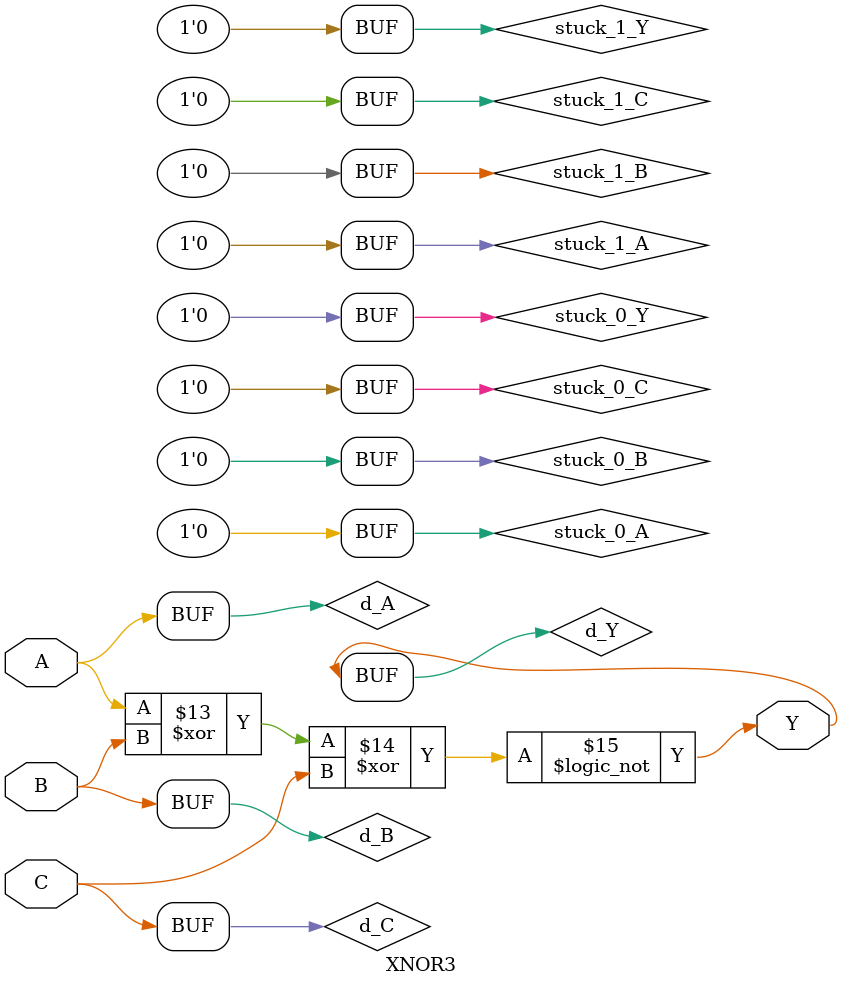
<source format=v>
module XNOR3 (input A, output Y, input C, input B);
`ifdef REGISTER
initial begin
   $display("register  %m.stuck_0_A input");
   $display("register  %m.stuck_1_A input");
   $display("register  %m.stuck_0_Y output");
   $display("register  %m.stuck_1_Y output");
   $display("register  %m.stuck_0_C input");
   $display("register  %m.stuck_1_C input");
   $display("register  %m.stuck_0_B input");
   $display("register  %m.stuck_1_B input");
end
`endif
reg stuck_0_A; initial stuck_0_A=0;
reg stuck_1_A; initial stuck_1_A=0;
wire d_A = stuck_1_A ? 1 : stuck_0_A ? 0 : A;
reg stuck_0_Y; initial stuck_0_Y=0;
reg stuck_1_Y; initial stuck_1_Y=0;
wire d_Y;
assign Y = stuck_1_Y ? 1 : stuck_0_Y ? 0 : d_Y;
reg stuck_0_C; initial stuck_0_C=0;
reg stuck_1_C; initial stuck_1_C=0;
wire d_C = stuck_1_C ? 1 : stuck_0_C ? 0 : C;
reg stuck_0_B; initial stuck_0_B=0;
reg stuck_1_B; initial stuck_1_B=0;
wire d_B = stuck_1_B ? 1 : stuck_0_B ? 0 : B;
assign d_Y = ! ( d_A ^ d_B ^ d_C );
endmodule

</source>
